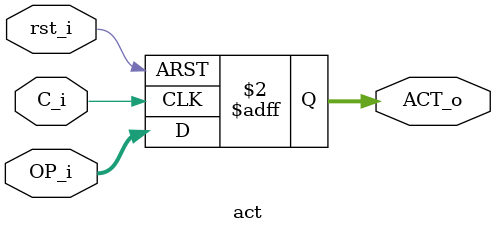
<source format=v>
`timescale 1ns / 1ps

//Modulo Acumulador temporal
module act (
   input C_i,
	input rst_i,
	input  [3:0] OP_i,
	output reg [3:0] ACT_o
);

  always @(posedge C_i, posedge rst_i)
    begin
	   if (rst_i)
		  ACT_o <= 4'b0000;
		else
	     ACT_o <= OP_i;
	 end
	
endmodule 

</source>
